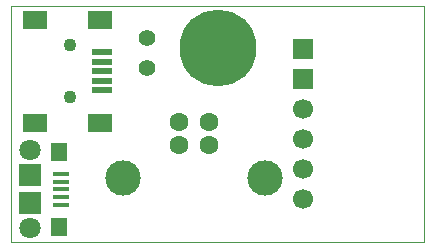
<source format=gts>
G04 #@! TF.FileFunction,Soldermask,Top*
%FSLAX46Y46*%
G04 Gerber Fmt 4.6, Leading zero omitted, Abs format (unit mm)*
G04 Created by KiCad (PCBNEW 0.201501310101+5397~21~ubuntu14.10.1-product) date Sunday 01 February 2015 07:02:43 PM IST*
%MOMM*%
G01*
G04 APERTURE LIST*
%ADD10C,0.100000*%
%ADD11R,1.800000X0.600000*%
%ADD12R,2.000000X1.600000*%
%ADD13C,1.100000*%
%ADD14C,6.500000*%
%ADD15R,1.350000X0.400000*%
%ADD16R,1.400000X1.600000*%
%ADD17R,1.900000X1.900000*%
%ADD18C,1.800000*%
%ADD19C,1.397000*%
%ADD20R,1.700000X1.700000*%
%ADD21C,1.700000*%
%ADD22C,1.600000*%
%ADD23C,3.000000*%
G04 APERTURE END LIST*
D10*
X29500000Y-44500000D02*
X29500000Y-24500000D01*
X64500000Y-44500000D02*
X29500000Y-44500000D01*
X64500000Y-24500000D02*
X64500000Y-44500000D01*
X29500000Y-24500000D02*
X64500000Y-24500000D01*
D11*
X37200000Y-28400000D03*
X37200000Y-29200000D03*
X37200000Y-30000000D03*
X37200000Y-30800000D03*
X37200000Y-31600000D03*
D12*
X37000000Y-25650000D03*
X31500000Y-25650000D03*
X37000000Y-34350000D03*
X31500000Y-34350000D03*
D13*
X34500000Y-27800000D03*
X34500000Y-32200000D03*
D14*
X47000000Y-28000000D03*
D15*
X33750000Y-40000000D03*
X33750000Y-40650000D03*
X33750000Y-41300000D03*
X33750000Y-39350000D03*
X33750000Y-38700000D03*
D16*
X33525000Y-36800000D03*
X33525000Y-43200000D03*
D17*
X31075000Y-38800000D03*
X31075000Y-41200000D03*
D18*
X31075000Y-36700000D03*
X31075000Y-43300000D03*
D19*
X41000000Y-29770000D03*
X41000000Y-27230000D03*
D20*
X54250000Y-28150000D03*
X54250000Y-30690000D03*
D21*
X54250000Y-33230000D03*
X54250000Y-35770000D03*
X54250000Y-38310000D03*
X54250000Y-40850000D03*
D22*
X43750000Y-34290000D03*
X46250000Y-34290000D03*
X46250000Y-36290000D03*
X43750000Y-36290000D03*
D23*
X38980000Y-39000000D03*
X51020000Y-39000000D03*
M02*

</source>
